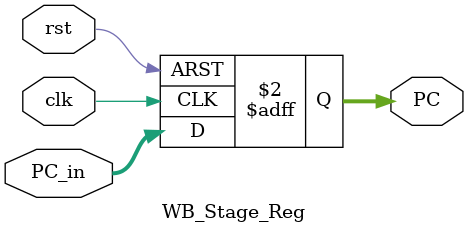
<source format=v>
module WB_Stage_Reg (
    input clk,
    input rst,
    input [31:0] PC_in,
    output reg [31:0] PC
);
    always @(posedge clk, posedge rst) begin
        if (rst) PC <= 32'b0;
        else begin 
            PC <= PC_in;
        end
    end
endmodule


</source>
